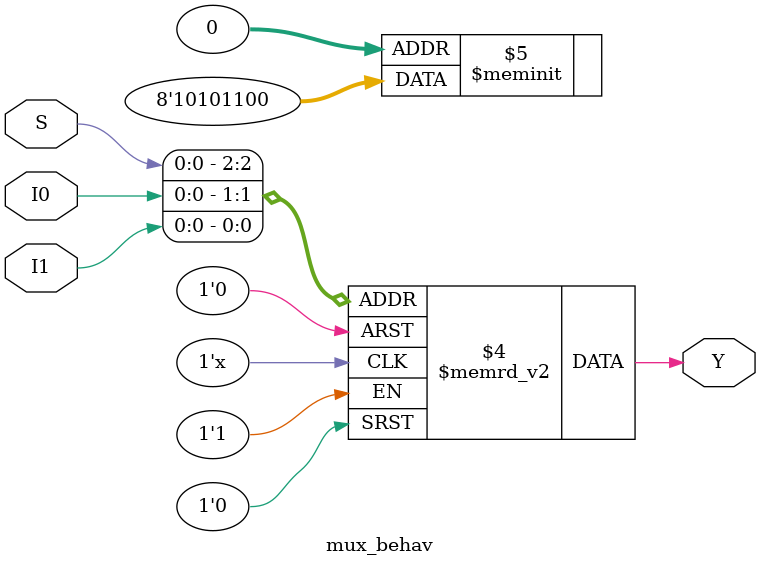
<source format=v>
`timescale 1ns / 1ps


module mux_behav(S,I0,I1,Y);
input S,I0,I1;
output reg Y;
always @(*)
begin
case({S,I0,I1})
3'b000:begin Y=1'b0;end
3'b001:begin Y=1'b0;end
3'b010:begin Y=1'b1;end
3'b011:begin Y=1'b1;end
3'b100:begin Y=1'b0;end
3'b101:begin Y=1'b1;end
3'b110:begin Y=1'b0;end
3'b111:begin Y=1'b1;end
default:begin Y=1'bx;end
endcase
end
endmodule

</source>
